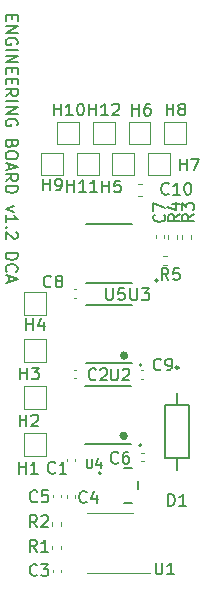
<source format=gto>
%TF.GenerationSoftware,KiCad,Pcbnew,(6.0.7)*%
%TF.CreationDate,2023-02-07T15:13:14-05:00*%
%TF.ProjectId,DCA_USMR_Sens,4443415f-5553-44d5-925f-53656e732e6b,v1.1*%
%TF.SameCoordinates,Original*%
%TF.FileFunction,Legend,Top*%
%TF.FilePolarity,Positive*%
%FSLAX46Y46*%
G04 Gerber Fmt 4.6, Leading zero omitted, Abs format (unit mm)*
G04 Created by KiCad (PCBNEW (6.0.7)) date 2023-02-07 15:13:14*
%MOMM*%
%LPD*%
G01*
G04 APERTURE LIST*
%ADD10C,0.150000*%
%ADD11C,0.120000*%
%ADD12C,0.200000*%
%ADD13C,0.127000*%
%ADD14C,0.300000*%
%ADD15C,0.240000*%
G04 APERTURE END LIST*
D10*
X218921428Y-105768095D02*
X218921428Y-106101428D01*
X218397619Y-106244285D02*
X218397619Y-105768095D01*
X219397619Y-105768095D01*
X219397619Y-106244285D01*
X218397619Y-106672857D02*
X219397619Y-106672857D01*
X218397619Y-107244285D01*
X219397619Y-107244285D01*
X219350000Y-108244285D02*
X219397619Y-108149047D01*
X219397619Y-108006190D01*
X219350000Y-107863333D01*
X219254761Y-107768095D01*
X219159523Y-107720476D01*
X218969047Y-107672857D01*
X218826190Y-107672857D01*
X218635714Y-107720476D01*
X218540476Y-107768095D01*
X218445238Y-107863333D01*
X218397619Y-108006190D01*
X218397619Y-108101428D01*
X218445238Y-108244285D01*
X218492857Y-108291904D01*
X218826190Y-108291904D01*
X218826190Y-108101428D01*
X218397619Y-108720476D02*
X219397619Y-108720476D01*
X218397619Y-109196666D02*
X219397619Y-109196666D01*
X218397619Y-109768095D01*
X219397619Y-109768095D01*
X218921428Y-110244285D02*
X218921428Y-110577619D01*
X218397619Y-110720476D02*
X218397619Y-110244285D01*
X219397619Y-110244285D01*
X219397619Y-110720476D01*
X218921428Y-111149047D02*
X218921428Y-111482380D01*
X218397619Y-111625238D02*
X218397619Y-111149047D01*
X219397619Y-111149047D01*
X219397619Y-111625238D01*
X218397619Y-112625238D02*
X218873809Y-112291904D01*
X218397619Y-112053809D02*
X219397619Y-112053809D01*
X219397619Y-112434761D01*
X219350000Y-112530000D01*
X219302380Y-112577619D01*
X219207142Y-112625238D01*
X219064285Y-112625238D01*
X218969047Y-112577619D01*
X218921428Y-112530000D01*
X218873809Y-112434761D01*
X218873809Y-112053809D01*
X218397619Y-113053809D02*
X219397619Y-113053809D01*
X218397619Y-113530000D02*
X219397619Y-113530000D01*
X218397619Y-114101428D01*
X219397619Y-114101428D01*
X219350000Y-115101428D02*
X219397619Y-115006190D01*
X219397619Y-114863333D01*
X219350000Y-114720476D01*
X219254761Y-114625238D01*
X219159523Y-114577619D01*
X218969047Y-114530000D01*
X218826190Y-114530000D01*
X218635714Y-114577619D01*
X218540476Y-114625238D01*
X218445238Y-114720476D01*
X218397619Y-114863333D01*
X218397619Y-114958571D01*
X218445238Y-115101428D01*
X218492857Y-115149047D01*
X218826190Y-115149047D01*
X218826190Y-114958571D01*
X218921428Y-116672857D02*
X218873809Y-116815714D01*
X218826190Y-116863333D01*
X218730952Y-116910952D01*
X218588095Y-116910952D01*
X218492857Y-116863333D01*
X218445238Y-116815714D01*
X218397619Y-116720476D01*
X218397619Y-116339523D01*
X219397619Y-116339523D01*
X219397619Y-116672857D01*
X219350000Y-116768095D01*
X219302380Y-116815714D01*
X219207142Y-116863333D01*
X219111904Y-116863333D01*
X219016666Y-116815714D01*
X218969047Y-116768095D01*
X218921428Y-116672857D01*
X218921428Y-116339523D01*
X219397619Y-117530000D02*
X219397619Y-117720476D01*
X219350000Y-117815714D01*
X219254761Y-117910952D01*
X219064285Y-117958571D01*
X218730952Y-117958571D01*
X218540476Y-117910952D01*
X218445238Y-117815714D01*
X218397619Y-117720476D01*
X218397619Y-117530000D01*
X218445238Y-117434761D01*
X218540476Y-117339523D01*
X218730952Y-117291904D01*
X219064285Y-117291904D01*
X219254761Y-117339523D01*
X219350000Y-117434761D01*
X219397619Y-117530000D01*
X218683333Y-118339523D02*
X218683333Y-118815714D01*
X218397619Y-118244285D02*
X219397619Y-118577619D01*
X218397619Y-118910952D01*
X218397619Y-119815714D02*
X218873809Y-119482380D01*
X218397619Y-119244285D02*
X219397619Y-119244285D01*
X219397619Y-119625238D01*
X219350000Y-119720476D01*
X219302380Y-119768095D01*
X219207142Y-119815714D01*
X219064285Y-119815714D01*
X218969047Y-119768095D01*
X218921428Y-119720476D01*
X218873809Y-119625238D01*
X218873809Y-119244285D01*
X218397619Y-120244285D02*
X219397619Y-120244285D01*
X219397619Y-120482380D01*
X219350000Y-120625238D01*
X219254761Y-120720476D01*
X219159523Y-120768095D01*
X218969047Y-120815714D01*
X218826190Y-120815714D01*
X218635714Y-120768095D01*
X218540476Y-120720476D01*
X218445238Y-120625238D01*
X218397619Y-120482380D01*
X218397619Y-120244285D01*
X219064285Y-121910952D02*
X218397619Y-122149047D01*
X219064285Y-122387142D01*
X218397619Y-123291904D02*
X218397619Y-122720476D01*
X218397619Y-123006190D02*
X219397619Y-123006190D01*
X219254761Y-122910952D01*
X219159523Y-122815714D01*
X219111904Y-122720476D01*
X218492857Y-123720476D02*
X218445238Y-123768095D01*
X218397619Y-123720476D01*
X218445238Y-123672857D01*
X218492857Y-123720476D01*
X218397619Y-123720476D01*
X219302380Y-124149047D02*
X219350000Y-124196666D01*
X219397619Y-124291904D01*
X219397619Y-124530000D01*
X219350000Y-124625238D01*
X219302380Y-124672857D01*
X219207142Y-124720476D01*
X219111904Y-124720476D01*
X218969047Y-124672857D01*
X218397619Y-124101428D01*
X218397619Y-124720476D01*
X218397619Y-125910952D02*
X219397619Y-125910952D01*
X219397619Y-126149047D01*
X219350000Y-126291904D01*
X219254761Y-126387142D01*
X219159523Y-126434761D01*
X218969047Y-126482380D01*
X218826190Y-126482380D01*
X218635714Y-126434761D01*
X218540476Y-126387142D01*
X218445238Y-126291904D01*
X218397619Y-126149047D01*
X218397619Y-125910952D01*
X218492857Y-127482380D02*
X218445238Y-127434761D01*
X218397619Y-127291904D01*
X218397619Y-127196666D01*
X218445238Y-127053809D01*
X218540476Y-126958571D01*
X218635714Y-126910952D01*
X218826190Y-126863333D01*
X218969047Y-126863333D01*
X219159523Y-126910952D01*
X219254761Y-126958571D01*
X219350000Y-127053809D01*
X219397619Y-127196666D01*
X219397619Y-127291904D01*
X219350000Y-127434761D01*
X219302380Y-127482380D01*
X218683333Y-127863333D02*
X218683333Y-128339523D01*
X218397619Y-127768095D02*
X219397619Y-128101428D01*
X218397619Y-128434761D01*
%TO.C,C2*%
X226023333Y-136581309D02*
X225975714Y-136628928D01*
X225832857Y-136676547D01*
X225737619Y-136676547D01*
X225594761Y-136628928D01*
X225499523Y-136533690D01*
X225451904Y-136438452D01*
X225404285Y-136247976D01*
X225404285Y-136105119D01*
X225451904Y-135914643D01*
X225499523Y-135819405D01*
X225594761Y-135724167D01*
X225737619Y-135676547D01*
X225832857Y-135676547D01*
X225975714Y-135724167D01*
X226023333Y-135771786D01*
X226404285Y-135771786D02*
X226451904Y-135724167D01*
X226547142Y-135676547D01*
X226785238Y-135676547D01*
X226880476Y-135724167D01*
X226928095Y-135771786D01*
X226975714Y-135867024D01*
X226975714Y-135962262D01*
X226928095Y-136105119D01*
X226356666Y-136676547D01*
X226975714Y-136676547D01*
%TO.C,U5*%
X226898095Y-128876547D02*
X226898095Y-129686071D01*
X226945714Y-129781309D01*
X226993333Y-129828928D01*
X227088571Y-129876547D01*
X227279047Y-129876547D01*
X227374285Y-129828928D01*
X227421904Y-129781309D01*
X227469523Y-129686071D01*
X227469523Y-128876547D01*
X228421904Y-128876547D02*
X227945714Y-128876547D01*
X227898095Y-129352738D01*
X227945714Y-129305119D01*
X228040952Y-129257500D01*
X228279047Y-129257500D01*
X228374285Y-129305119D01*
X228421904Y-129352738D01*
X228469523Y-129447976D01*
X228469523Y-129686071D01*
X228421904Y-129781309D01*
X228374285Y-129828928D01*
X228279047Y-129876547D01*
X228040952Y-129876547D01*
X227945714Y-129828928D01*
X227898095Y-129781309D01*
%TO.C,R4*%
X233132380Y-122620833D02*
X232656190Y-122954167D01*
X233132380Y-123192262D02*
X232132380Y-123192262D01*
X232132380Y-122811309D01*
X232180000Y-122716071D01*
X232227619Y-122668452D01*
X232322857Y-122620833D01*
X232465714Y-122620833D01*
X232560952Y-122668452D01*
X232608571Y-122716071D01*
X232656190Y-122811309D01*
X232656190Y-123192262D01*
X232465714Y-121763690D02*
X233132380Y-121763690D01*
X232084761Y-122001786D02*
X232799047Y-122239881D01*
X232799047Y-121620833D01*
%TO.C,H1*%
X219538095Y-144576547D02*
X219538095Y-143576547D01*
X219538095Y-144052738D02*
X220109523Y-144052738D01*
X220109523Y-144576547D02*
X220109523Y-143576547D01*
X221109523Y-144576547D02*
X220538095Y-144576547D01*
X220823809Y-144576547D02*
X220823809Y-143576547D01*
X220728571Y-143719405D01*
X220633333Y-143814643D01*
X220538095Y-143862262D01*
%TO.C,C3*%
X221038333Y-153156309D02*
X220990714Y-153203928D01*
X220847857Y-153251547D01*
X220752619Y-153251547D01*
X220609761Y-153203928D01*
X220514523Y-153108690D01*
X220466904Y-153013452D01*
X220419285Y-152822976D01*
X220419285Y-152680119D01*
X220466904Y-152489643D01*
X220514523Y-152394405D01*
X220609761Y-152299167D01*
X220752619Y-152251547D01*
X220847857Y-152251547D01*
X220990714Y-152299167D01*
X221038333Y-152346786D01*
X221371666Y-152251547D02*
X221990714Y-152251547D01*
X221657380Y-152632500D01*
X221800238Y-152632500D01*
X221895476Y-152680119D01*
X221943095Y-152727738D01*
X221990714Y-152822976D01*
X221990714Y-153061071D01*
X221943095Y-153156309D01*
X221895476Y-153203928D01*
X221800238Y-153251547D01*
X221514523Y-153251547D01*
X221419285Y-153203928D01*
X221371666Y-153156309D01*
%TO.C,H2*%
X219568095Y-140586547D02*
X219568095Y-139586547D01*
X219568095Y-140062738D02*
X220139523Y-140062738D01*
X220139523Y-140586547D02*
X220139523Y-139586547D01*
X220568095Y-139681786D02*
X220615714Y-139634167D01*
X220710952Y-139586547D01*
X220949047Y-139586547D01*
X221044285Y-139634167D01*
X221091904Y-139681786D01*
X221139523Y-139777024D01*
X221139523Y-139872262D01*
X221091904Y-140015119D01*
X220520476Y-140586547D01*
X221139523Y-140586547D01*
%TO.C,H7*%
X233148095Y-118913769D02*
X233148095Y-117913769D01*
X233148095Y-118389960D02*
X233719523Y-118389960D01*
X233719523Y-118913769D02*
X233719523Y-117913769D01*
X234100476Y-117913769D02*
X234767142Y-117913769D01*
X234338571Y-118913769D01*
%TO.C,R2*%
X221038333Y-149111547D02*
X220705000Y-148635357D01*
X220466904Y-149111547D02*
X220466904Y-148111547D01*
X220847857Y-148111547D01*
X220943095Y-148159167D01*
X220990714Y-148206786D01*
X221038333Y-148302024D01*
X221038333Y-148444881D01*
X220990714Y-148540119D01*
X220943095Y-148587738D01*
X220847857Y-148635357D01*
X220466904Y-148635357D01*
X221419285Y-148206786D02*
X221466904Y-148159167D01*
X221562142Y-148111547D01*
X221800238Y-148111547D01*
X221895476Y-148159167D01*
X221943095Y-148206786D01*
X221990714Y-148302024D01*
X221990714Y-148397262D01*
X221943095Y-148540119D01*
X221371666Y-149111547D01*
X221990714Y-149111547D01*
%TO.C,C8*%
X222228333Y-128726309D02*
X222180714Y-128773928D01*
X222037857Y-128821547D01*
X221942619Y-128821547D01*
X221799761Y-128773928D01*
X221704523Y-128678690D01*
X221656904Y-128583452D01*
X221609285Y-128392976D01*
X221609285Y-128250119D01*
X221656904Y-128059643D01*
X221704523Y-127964405D01*
X221799761Y-127869167D01*
X221942619Y-127821547D01*
X222037857Y-127821547D01*
X222180714Y-127869167D01*
X222228333Y-127916786D01*
X222799761Y-128250119D02*
X222704523Y-128202500D01*
X222656904Y-128154881D01*
X222609285Y-128059643D01*
X222609285Y-128012024D01*
X222656904Y-127916786D01*
X222704523Y-127869167D01*
X222799761Y-127821547D01*
X222990238Y-127821547D01*
X223085476Y-127869167D01*
X223133095Y-127916786D01*
X223180714Y-128012024D01*
X223180714Y-128059643D01*
X223133095Y-128154881D01*
X223085476Y-128202500D01*
X222990238Y-128250119D01*
X222799761Y-128250119D01*
X222704523Y-128297738D01*
X222656904Y-128345357D01*
X222609285Y-128440595D01*
X222609285Y-128631071D01*
X222656904Y-128726309D01*
X222704523Y-128773928D01*
X222799761Y-128821547D01*
X222990238Y-128821547D01*
X223085476Y-128773928D01*
X223133095Y-128726309D01*
X223180714Y-128631071D01*
X223180714Y-128440595D01*
X223133095Y-128345357D01*
X223085476Y-128297738D01*
X222990238Y-128250119D01*
%TO.C,C10*%
X232187142Y-120868531D02*
X232139523Y-120916150D01*
X231996666Y-120963769D01*
X231901428Y-120963769D01*
X231758571Y-120916150D01*
X231663333Y-120820912D01*
X231615714Y-120725674D01*
X231568095Y-120535198D01*
X231568095Y-120392341D01*
X231615714Y-120201865D01*
X231663333Y-120106627D01*
X231758571Y-120011389D01*
X231901428Y-119963769D01*
X231996666Y-119963769D01*
X232139523Y-120011389D01*
X232187142Y-120059008D01*
X233139523Y-120963769D02*
X232568095Y-120963769D01*
X232853809Y-120963769D02*
X232853809Y-119963769D01*
X232758571Y-120106627D01*
X232663333Y-120201865D01*
X232568095Y-120249484D01*
X233758571Y-119963769D02*
X233853809Y-119963769D01*
X233949047Y-120011389D01*
X233996666Y-120059008D01*
X234044285Y-120154246D01*
X234091904Y-120344722D01*
X234091904Y-120582817D01*
X234044285Y-120773293D01*
X233996666Y-120868531D01*
X233949047Y-120916150D01*
X233853809Y-120963769D01*
X233758571Y-120963769D01*
X233663333Y-120916150D01*
X233615714Y-120868531D01*
X233568095Y-120773293D01*
X233520476Y-120582817D01*
X233520476Y-120344722D01*
X233568095Y-120154246D01*
X233615714Y-120059008D01*
X233663333Y-120011389D01*
X233758571Y-119963769D01*
%TO.C,C9*%
X231533333Y-135741309D02*
X231485714Y-135788928D01*
X231342857Y-135836547D01*
X231247619Y-135836547D01*
X231104761Y-135788928D01*
X231009523Y-135693690D01*
X230961904Y-135598452D01*
X230914285Y-135407976D01*
X230914285Y-135265119D01*
X230961904Y-135074643D01*
X231009523Y-134979405D01*
X231104761Y-134884167D01*
X231247619Y-134836547D01*
X231342857Y-134836547D01*
X231485714Y-134884167D01*
X231533333Y-134931786D01*
X232009523Y-135836547D02*
X232200000Y-135836547D01*
X232295238Y-135788928D01*
X232342857Y-135741309D01*
X232438095Y-135598452D01*
X232485714Y-135407976D01*
X232485714Y-135027024D01*
X232438095Y-134931786D01*
X232390476Y-134884167D01*
X232295238Y-134836547D01*
X232104761Y-134836547D01*
X232009523Y-134884167D01*
X231961904Y-134931786D01*
X231914285Y-135027024D01*
X231914285Y-135265119D01*
X231961904Y-135360357D01*
X232009523Y-135407976D01*
X232104761Y-135455595D01*
X232295238Y-135455595D01*
X232390476Y-135407976D01*
X232438095Y-135360357D01*
X232485714Y-135265119D01*
%TO.C,H9*%
X221580873Y-120603769D02*
X221580873Y-119603769D01*
X221580873Y-120079960D02*
X222152301Y-120079960D01*
X222152301Y-120603769D02*
X222152301Y-119603769D01*
X222676111Y-120603769D02*
X222866587Y-120603769D01*
X222961825Y-120556150D01*
X223009444Y-120508531D01*
X223104682Y-120365674D01*
X223152301Y-120175198D01*
X223152301Y-119794246D01*
X223104682Y-119699008D01*
X223057063Y-119651389D01*
X222961825Y-119603769D01*
X222771349Y-119603769D01*
X222676111Y-119651389D01*
X222628492Y-119699008D01*
X222580873Y-119794246D01*
X222580873Y-120032341D01*
X222628492Y-120127579D01*
X222676111Y-120175198D01*
X222771349Y-120222817D01*
X222961825Y-120222817D01*
X223057063Y-120175198D01*
X223104682Y-120127579D01*
X223152301Y-120032341D01*
%TO.C,C5*%
X221053333Y-146906309D02*
X221005714Y-146953928D01*
X220862857Y-147001547D01*
X220767619Y-147001547D01*
X220624761Y-146953928D01*
X220529523Y-146858690D01*
X220481904Y-146763452D01*
X220434285Y-146572976D01*
X220434285Y-146430119D01*
X220481904Y-146239643D01*
X220529523Y-146144405D01*
X220624761Y-146049167D01*
X220767619Y-146001547D01*
X220862857Y-146001547D01*
X221005714Y-146049167D01*
X221053333Y-146096786D01*
X221958095Y-146001547D02*
X221481904Y-146001547D01*
X221434285Y-146477738D01*
X221481904Y-146430119D01*
X221577142Y-146382500D01*
X221815238Y-146382500D01*
X221910476Y-146430119D01*
X221958095Y-146477738D01*
X222005714Y-146572976D01*
X222005714Y-146811071D01*
X221958095Y-146906309D01*
X221910476Y-146953928D01*
X221815238Y-147001547D01*
X221577142Y-147001547D01*
X221481904Y-146953928D01*
X221434285Y-146906309D01*
%TO.C,C4*%
X225233333Y-146976309D02*
X225185714Y-147023928D01*
X225042857Y-147071547D01*
X224947619Y-147071547D01*
X224804761Y-147023928D01*
X224709523Y-146928690D01*
X224661904Y-146833452D01*
X224614285Y-146642976D01*
X224614285Y-146500119D01*
X224661904Y-146309643D01*
X224709523Y-146214405D01*
X224804761Y-146119167D01*
X224947619Y-146071547D01*
X225042857Y-146071547D01*
X225185714Y-146119167D01*
X225233333Y-146166786D01*
X226090476Y-146404881D02*
X226090476Y-147071547D01*
X225852380Y-146023928D02*
X225614285Y-146738214D01*
X226233333Y-146738214D01*
%TO.C,R3*%
X234312380Y-122610833D02*
X233836190Y-122944167D01*
X234312380Y-123182262D02*
X233312380Y-123182262D01*
X233312380Y-122801309D01*
X233360000Y-122706071D01*
X233407619Y-122658452D01*
X233502857Y-122610833D01*
X233645714Y-122610833D01*
X233740952Y-122658452D01*
X233788571Y-122706071D01*
X233836190Y-122801309D01*
X233836190Y-123182262D01*
X233312380Y-122277500D02*
X233312380Y-121658452D01*
X233693333Y-121991786D01*
X233693333Y-121848928D01*
X233740952Y-121753690D01*
X233788571Y-121706071D01*
X233883809Y-121658452D01*
X234121904Y-121658452D01*
X234217142Y-121706071D01*
X234264761Y-121753690D01*
X234312380Y-121848928D01*
X234312380Y-122134643D01*
X234264761Y-122229881D01*
X234217142Y-122277500D01*
%TO.C,H10*%
X222488015Y-114243769D02*
X222488015Y-113243769D01*
X222488015Y-113719960D02*
X223059444Y-113719960D01*
X223059444Y-114243769D02*
X223059444Y-113243769D01*
X224059444Y-114243769D02*
X223488015Y-114243769D01*
X223773730Y-114243769D02*
X223773730Y-113243769D01*
X223678491Y-113386627D01*
X223583253Y-113481865D01*
X223488015Y-113529484D01*
X224678491Y-113243769D02*
X224773730Y-113243769D01*
X224868968Y-113291389D01*
X224916587Y-113339008D01*
X224964206Y-113434246D01*
X225011825Y-113624722D01*
X225011825Y-113862817D01*
X224964206Y-114053293D01*
X224916587Y-114148531D01*
X224868968Y-114196150D01*
X224773730Y-114243769D01*
X224678491Y-114243769D01*
X224583253Y-114196150D01*
X224535634Y-114148531D01*
X224488015Y-114053293D01*
X224440396Y-113862817D01*
X224440396Y-113624722D01*
X224488015Y-113434246D01*
X224535634Y-113339008D01*
X224583253Y-113291389D01*
X224678491Y-113243769D01*
%TO.C,R5*%
X232173333Y-128176547D02*
X231840000Y-127700357D01*
X231601904Y-128176547D02*
X231601904Y-127176547D01*
X231982857Y-127176547D01*
X232078095Y-127224167D01*
X232125714Y-127271786D01*
X232173333Y-127367024D01*
X232173333Y-127509881D01*
X232125714Y-127605119D01*
X232078095Y-127652738D01*
X231982857Y-127700357D01*
X231601904Y-127700357D01*
X233078095Y-127176547D02*
X232601904Y-127176547D01*
X232554285Y-127652738D01*
X232601904Y-127605119D01*
X232697142Y-127557500D01*
X232935238Y-127557500D01*
X233030476Y-127605119D01*
X233078095Y-127652738D01*
X233125714Y-127747976D01*
X233125714Y-127986071D01*
X233078095Y-128081309D01*
X233030476Y-128128928D01*
X232935238Y-128176547D01*
X232697142Y-128176547D01*
X232601904Y-128128928D01*
X232554285Y-128081309D01*
%TO.C,H8*%
X232015873Y-114253769D02*
X232015873Y-113253769D01*
X232015873Y-113729960D02*
X232587301Y-113729960D01*
X232587301Y-114253769D02*
X232587301Y-113253769D01*
X233206349Y-113682341D02*
X233111111Y-113634722D01*
X233063492Y-113587103D01*
X233015873Y-113491865D01*
X233015873Y-113444246D01*
X233063492Y-113349008D01*
X233111111Y-113301389D01*
X233206349Y-113253769D01*
X233396825Y-113253769D01*
X233492063Y-113301389D01*
X233539682Y-113349008D01*
X233587301Y-113444246D01*
X233587301Y-113491865D01*
X233539682Y-113587103D01*
X233492063Y-113634722D01*
X233396825Y-113682341D01*
X233206349Y-113682341D01*
X233111111Y-113729960D01*
X233063492Y-113777579D01*
X233015873Y-113872817D01*
X233015873Y-114063293D01*
X233063492Y-114158531D01*
X233111111Y-114206150D01*
X233206349Y-114253769D01*
X233396825Y-114253769D01*
X233492063Y-114206150D01*
X233539682Y-114158531D01*
X233587301Y-114063293D01*
X233587301Y-113872817D01*
X233539682Y-113777579D01*
X233492063Y-113729960D01*
X233396825Y-113682341D01*
%TO.C,U3*%
X228956823Y-128885633D02*
X228956823Y-129696508D01*
X229004522Y-129791905D01*
X229052220Y-129839604D01*
X229147617Y-129887302D01*
X229338411Y-129887302D01*
X229433808Y-129839604D01*
X229481507Y-129791905D01*
X229529205Y-129696508D01*
X229529205Y-128885633D01*
X229910794Y-128885633D02*
X230530874Y-128885633D01*
X230196985Y-129267222D01*
X230340080Y-129267222D01*
X230435477Y-129314920D01*
X230483176Y-129362619D01*
X230530874Y-129458016D01*
X230530874Y-129696508D01*
X230483176Y-129791905D01*
X230435477Y-129839604D01*
X230340080Y-129887302D01*
X230053889Y-129887302D01*
X229958492Y-129839604D01*
X229910794Y-129791905D01*
%TO.C,H3*%
X219628095Y-136596547D02*
X219628095Y-135596547D01*
X219628095Y-136072738D02*
X220199523Y-136072738D01*
X220199523Y-136596547D02*
X220199523Y-135596547D01*
X220580476Y-135596547D02*
X221199523Y-135596547D01*
X220866190Y-135977500D01*
X221009047Y-135977500D01*
X221104285Y-136025119D01*
X221151904Y-136072738D01*
X221199523Y-136167976D01*
X221199523Y-136406071D01*
X221151904Y-136501309D01*
X221104285Y-136548928D01*
X221009047Y-136596547D01*
X220723333Y-136596547D01*
X220628095Y-136548928D01*
X220580476Y-136501309D01*
%TO.C,R1*%
X221038333Y-151181547D02*
X220705000Y-150705357D01*
X220466904Y-151181547D02*
X220466904Y-150181547D01*
X220847857Y-150181547D01*
X220943095Y-150229167D01*
X220990714Y-150276786D01*
X221038333Y-150372024D01*
X221038333Y-150514881D01*
X220990714Y-150610119D01*
X220943095Y-150657738D01*
X220847857Y-150705357D01*
X220466904Y-150705357D01*
X221990714Y-151181547D02*
X221419285Y-151181547D01*
X221705000Y-151181547D02*
X221705000Y-150181547D01*
X221609761Y-150324405D01*
X221514523Y-150419643D01*
X221419285Y-150467262D01*
%TO.C,H11*%
X223611904Y-120703769D02*
X223611904Y-119703769D01*
X223611904Y-120179960D02*
X224183333Y-120179960D01*
X224183333Y-120703769D02*
X224183333Y-119703769D01*
X225183333Y-120703769D02*
X224611904Y-120703769D01*
X224897619Y-120703769D02*
X224897619Y-119703769D01*
X224802380Y-119846627D01*
X224707142Y-119941865D01*
X224611904Y-119989484D01*
X226135714Y-120703769D02*
X225564285Y-120703769D01*
X225850000Y-120703769D02*
X225850000Y-119703769D01*
X225754761Y-119846627D01*
X225659523Y-119941865D01*
X225564285Y-119989484D01*
%TO.C,U4*%
X225250476Y-143326071D02*
X225250476Y-143973690D01*
X225288571Y-144049881D01*
X225326666Y-144087976D01*
X225402857Y-144126071D01*
X225555238Y-144126071D01*
X225631428Y-144087976D01*
X225669523Y-144049881D01*
X225707619Y-143973690D01*
X225707619Y-143326071D01*
X226431428Y-143592738D02*
X226431428Y-144126071D01*
X226240952Y-143287976D02*
X226050476Y-143859405D01*
X226545714Y-143859405D01*
%TO.C,H6*%
X229096984Y-114263769D02*
X229096984Y-113263769D01*
X229096984Y-113739960D02*
X229668412Y-113739960D01*
X229668412Y-114263769D02*
X229668412Y-113263769D01*
X230573174Y-113263769D02*
X230382698Y-113263769D01*
X230287460Y-113311389D01*
X230239841Y-113359008D01*
X230144603Y-113501865D01*
X230096984Y-113692341D01*
X230096984Y-114073293D01*
X230144603Y-114168531D01*
X230192222Y-114216150D01*
X230287460Y-114263769D01*
X230477936Y-114263769D01*
X230573174Y-114216150D01*
X230620793Y-114168531D01*
X230668412Y-114073293D01*
X230668412Y-113835198D01*
X230620793Y-113739960D01*
X230573174Y-113692341D01*
X230477936Y-113644722D01*
X230287460Y-113644722D01*
X230192222Y-113692341D01*
X230144603Y-113739960D01*
X230096984Y-113835198D01*
%TO.C,C7*%
X231807142Y-122650833D02*
X231854761Y-122698452D01*
X231902380Y-122841309D01*
X231902380Y-122936547D01*
X231854761Y-123079405D01*
X231759523Y-123174643D01*
X231664285Y-123222262D01*
X231473809Y-123269881D01*
X231330952Y-123269881D01*
X231140476Y-123222262D01*
X231045238Y-123174643D01*
X230950000Y-123079405D01*
X230902380Y-122936547D01*
X230902380Y-122841309D01*
X230950000Y-122698452D01*
X230997619Y-122650833D01*
X230902380Y-122317500D02*
X230902380Y-121650833D01*
X231902380Y-122079405D01*
%TO.C,U2*%
X227296823Y-135685633D02*
X227296823Y-136496508D01*
X227344522Y-136591905D01*
X227392220Y-136639604D01*
X227487617Y-136687302D01*
X227678411Y-136687302D01*
X227773808Y-136639604D01*
X227821507Y-136591905D01*
X227869205Y-136496508D01*
X227869205Y-135685633D01*
X228298492Y-135781031D02*
X228346191Y-135733332D01*
X228441588Y-135685633D01*
X228680080Y-135685633D01*
X228775477Y-135733332D01*
X228823176Y-135781031D01*
X228870874Y-135876428D01*
X228870874Y-135971825D01*
X228823176Y-136114920D01*
X228250794Y-136687302D01*
X228870874Y-136687302D01*
%TO.C,C1*%
X222583333Y-144481309D02*
X222535714Y-144528928D01*
X222392857Y-144576547D01*
X222297619Y-144576547D01*
X222154761Y-144528928D01*
X222059523Y-144433690D01*
X222011904Y-144338452D01*
X221964285Y-144147976D01*
X221964285Y-144005119D01*
X222011904Y-143814643D01*
X222059523Y-143719405D01*
X222154761Y-143624167D01*
X222297619Y-143576547D01*
X222392857Y-143576547D01*
X222535714Y-143624167D01*
X222583333Y-143671786D01*
X223535714Y-144576547D02*
X222964285Y-144576547D01*
X223250000Y-144576547D02*
X223250000Y-143576547D01*
X223154761Y-143719405D01*
X223059523Y-143814643D01*
X222964285Y-143862262D01*
%TO.C,U1*%
X231088095Y-152116547D02*
X231088095Y-152926071D01*
X231135714Y-153021309D01*
X231183333Y-153068928D01*
X231278571Y-153116547D01*
X231469047Y-153116547D01*
X231564285Y-153068928D01*
X231611904Y-153021309D01*
X231659523Y-152926071D01*
X231659523Y-152116547D01*
X232659523Y-153116547D02*
X232088095Y-153116547D01*
X232373809Y-153116547D02*
X232373809Y-152116547D01*
X232278571Y-152259405D01*
X232183333Y-152354643D01*
X232088095Y-152402262D01*
%TO.C,D1*%
X232141904Y-147306547D02*
X232141904Y-146306547D01*
X232380000Y-146306547D01*
X232522857Y-146354167D01*
X232618095Y-146449405D01*
X232665714Y-146544643D01*
X232713333Y-146735119D01*
X232713333Y-146877976D01*
X232665714Y-147068452D01*
X232618095Y-147163690D01*
X232522857Y-147258928D01*
X232380000Y-147306547D01*
X232141904Y-147306547D01*
X233665714Y-147306547D02*
X233094285Y-147306547D01*
X233380000Y-147306547D02*
X233380000Y-146306547D01*
X233284761Y-146449405D01*
X233189523Y-146544643D01*
X233094285Y-146592262D01*
%TO.C,H5*%
X226578095Y-120773769D02*
X226578095Y-119773769D01*
X226578095Y-120249960D02*
X227149523Y-120249960D01*
X227149523Y-120773769D02*
X227149523Y-119773769D01*
X228101904Y-119773769D02*
X227625714Y-119773769D01*
X227578095Y-120249960D01*
X227625714Y-120202341D01*
X227720952Y-120154722D01*
X227959047Y-120154722D01*
X228054285Y-120202341D01*
X228101904Y-120249960D01*
X228149523Y-120345198D01*
X228149523Y-120583293D01*
X228101904Y-120678531D01*
X228054285Y-120726150D01*
X227959047Y-120773769D01*
X227720952Y-120773769D01*
X227625714Y-120726150D01*
X227578095Y-120678531D01*
%TO.C,C6*%
X227913333Y-143631309D02*
X227865714Y-143678928D01*
X227722857Y-143726547D01*
X227627619Y-143726547D01*
X227484761Y-143678928D01*
X227389523Y-143583690D01*
X227341904Y-143488452D01*
X227294285Y-143297976D01*
X227294285Y-143155119D01*
X227341904Y-142964643D01*
X227389523Y-142869405D01*
X227484761Y-142774167D01*
X227627619Y-142726547D01*
X227722857Y-142726547D01*
X227865714Y-142774167D01*
X227913333Y-142821786D01*
X228770476Y-142726547D02*
X228580000Y-142726547D01*
X228484761Y-142774167D01*
X228437142Y-142821786D01*
X228341904Y-142964643D01*
X228294285Y-143155119D01*
X228294285Y-143536071D01*
X228341904Y-143631309D01*
X228389523Y-143678928D01*
X228484761Y-143726547D01*
X228675238Y-143726547D01*
X228770476Y-143678928D01*
X228818095Y-143631309D01*
X228865714Y-143536071D01*
X228865714Y-143297976D01*
X228818095Y-143202738D01*
X228770476Y-143155119D01*
X228675238Y-143107500D01*
X228484761Y-143107500D01*
X228389523Y-143155119D01*
X228341904Y-143202738D01*
X228294285Y-143297976D01*
%TO.C,H4*%
X220118095Y-132426547D02*
X220118095Y-131426547D01*
X220118095Y-131902738D02*
X220689523Y-131902738D01*
X220689523Y-132426547D02*
X220689523Y-131426547D01*
X221594285Y-131759881D02*
X221594285Y-132426547D01*
X221356190Y-131378928D02*
X221118095Y-132093214D01*
X221737142Y-132093214D01*
%TO.C,H12*%
X225471904Y-114253769D02*
X225471904Y-113253769D01*
X225471904Y-113729960D02*
X226043333Y-113729960D01*
X226043333Y-114253769D02*
X226043333Y-113253769D01*
X227043333Y-114253769D02*
X226471904Y-114253769D01*
X226757619Y-114253769D02*
X226757619Y-113253769D01*
X226662380Y-113396627D01*
X226567142Y-113491865D01*
X226471904Y-113539484D01*
X227424285Y-113349008D02*
X227471904Y-113301389D01*
X227567142Y-113253769D01*
X227805238Y-113253769D01*
X227900476Y-113301389D01*
X227948095Y-113349008D01*
X227995714Y-113444246D01*
X227995714Y-113539484D01*
X227948095Y-113682341D01*
X227376666Y-114253769D01*
X227995714Y-114253769D01*
D11*
%TO.C,C2*%
X224372836Y-136519167D02*
X224157164Y-136519167D01*
X224372836Y-135799167D02*
X224157164Y-135799167D01*
D12*
%TO.C,U5*%
X231260000Y-128234167D02*
G75*
G03*
X231260000Y-128234167I-100000J0D01*
G01*
D13*
X229070000Y-123404167D02*
X225170000Y-123404167D01*
X229070000Y-128454167D02*
X225170000Y-128454167D01*
D11*
%TO.C,R4*%
X232935000Y-124682808D02*
X232935000Y-124375526D01*
X232175000Y-124682808D02*
X232175000Y-124375526D01*
%TO.C,H1*%
X219930000Y-143064167D02*
X221780000Y-143064167D01*
X219930000Y-141164167D02*
X219930000Y-143064167D01*
X221780000Y-141164167D02*
X219930000Y-141164167D01*
X221780000Y-143064167D02*
X221780000Y-141214167D01*
X221780000Y-141214167D02*
X221780000Y-141164167D01*
%TO.C,C3*%
X222365000Y-152927003D02*
X222365000Y-152711331D01*
X223085000Y-152927003D02*
X223085000Y-152711331D01*
%TO.C,H2*%
X219930000Y-139084167D02*
X221780000Y-139084167D01*
X221780000Y-137184167D02*
X219930000Y-137184167D01*
X221780000Y-139084167D02*
X221780000Y-137234167D01*
X221780000Y-137234167D02*
X221780000Y-137184167D01*
X219930000Y-137184167D02*
X219930000Y-139084167D01*
%TO.C,H7*%
X232281112Y-117401389D02*
X230431112Y-117401389D01*
X232281112Y-119301389D02*
X232281112Y-117451389D01*
X230431112Y-117401389D02*
X230431112Y-119301389D01*
X230431112Y-119301389D02*
X232281112Y-119301389D01*
X232281112Y-117451389D02*
X232281112Y-117401389D01*
%TO.C,R2*%
X222335000Y-149012808D02*
X222335000Y-148705526D01*
X223095000Y-149012808D02*
X223095000Y-148705526D01*
%TO.C,C8*%
X224157164Y-129689167D02*
X224372836Y-129689167D01*
X224157164Y-128969167D02*
X224372836Y-128969167D01*
%TO.C,C10*%
X229619420Y-121041389D02*
X229900580Y-121041389D01*
X229619420Y-120021389D02*
X229900580Y-120021389D01*
%TO.C,C9*%
X229822164Y-136549167D02*
X230037836Y-136549167D01*
X229822164Y-135829167D02*
X230037836Y-135829167D01*
%TO.C,H9*%
X223242778Y-117401389D02*
X221392778Y-117401389D01*
X221392778Y-119301389D02*
X223242778Y-119301389D01*
X223242778Y-117451389D02*
X223242778Y-117401389D01*
X223242778Y-119301389D02*
X223242778Y-117451389D01*
X221392778Y-117401389D02*
X221392778Y-119301389D01*
%TO.C,C5*%
X223080000Y-146597003D02*
X223080000Y-146381331D01*
X222360000Y-146597003D02*
X222360000Y-146381331D01*
%TO.C,C4*%
X224290000Y-146607003D02*
X224290000Y-146391331D01*
X223570000Y-146607003D02*
X223570000Y-146391331D01*
%TO.C,R3*%
X233305000Y-124385526D02*
X233305000Y-124692808D01*
X234065000Y-124385526D02*
X234065000Y-124692808D01*
%TO.C,H10*%
X224596111Y-114791389D02*
X222746111Y-114791389D01*
X222746111Y-116691389D02*
X224596111Y-116691389D01*
X222746111Y-114791389D02*
X222746111Y-116691389D01*
X224596111Y-116691389D02*
X224596111Y-114841389D01*
X224596111Y-114841389D02*
X224596111Y-114791389D01*
%TO.C,R5*%
X232033641Y-126939167D02*
X231726359Y-126939167D01*
X232033641Y-126179167D02*
X231726359Y-126179167D01*
%TO.C,H8*%
X233667778Y-114841389D02*
X233667778Y-114791389D01*
X231817778Y-114791389D02*
X231817778Y-116691389D01*
X231817778Y-116691389D02*
X233667778Y-116691389D01*
X233667778Y-114791389D02*
X231817778Y-114791389D01*
X233667778Y-116691389D02*
X233667778Y-114841389D01*
D14*
%TO.C,U3*%
X228605000Y-134587917D02*
G75*
G03*
X228605000Y-134587917I-200000J0D01*
G01*
D12*
X229905000Y-135387917D02*
G75*
G03*
X229905000Y-135387917I-100000J0D01*
G01*
D13*
X225155000Y-130337917D02*
X229055000Y-130337917D01*
X229055000Y-135237917D02*
X225155000Y-135237917D01*
D11*
%TO.C,H3*%
X221780000Y-133204167D02*
X219930000Y-133204167D01*
X219930000Y-135104167D02*
X221780000Y-135104167D01*
X221780000Y-135104167D02*
X221780000Y-133254167D01*
X221780000Y-133254167D02*
X221780000Y-133204167D01*
X219930000Y-133204167D02*
X219930000Y-135104167D01*
%TO.C,R1*%
X223095000Y-150982808D02*
X223095000Y-150675526D01*
X222335000Y-150982808D02*
X222335000Y-150675526D01*
%TO.C,H11*%
X226255556Y-117451389D02*
X226255556Y-117401389D01*
X226255556Y-117401389D02*
X224405556Y-117401389D01*
X224405556Y-119301389D02*
X226255556Y-119301389D01*
X224405556Y-117401389D02*
X224405556Y-119301389D01*
X226255556Y-119301389D02*
X226255556Y-117451389D01*
D12*
%TO.C,U4*%
X226460000Y-144529167D02*
G75*
G03*
X226460000Y-144529167I-100000J0D01*
G01*
D13*
X229100000Y-147029167D02*
X228440000Y-147029167D01*
X229570000Y-145244167D02*
X229570000Y-145914167D01*
X228440000Y-144129167D02*
X229100000Y-144129167D01*
D11*
%TO.C,H6*%
X228793889Y-116641389D02*
X228793889Y-116691389D01*
X230643889Y-114791389D02*
X228793889Y-114791389D01*
X228793889Y-116691389D02*
X230643889Y-116691389D01*
X230643889Y-116691389D02*
X230643889Y-114791389D01*
X228793889Y-114791389D02*
X228793889Y-116641389D01*
%TO.C,C7*%
X231795000Y-124627003D02*
X231795000Y-124411331D01*
X231075000Y-124627003D02*
X231075000Y-124411331D01*
D14*
%TO.C,U2*%
X228582500Y-141384167D02*
G75*
G03*
X228582500Y-141384167I-200000J0D01*
G01*
D12*
X229882500Y-142184167D02*
G75*
G03*
X229882500Y-142184167I-100000J0D01*
G01*
D13*
X229032500Y-142034167D02*
X225132500Y-142034167D01*
X225132500Y-137134167D02*
X229032500Y-137134167D01*
D11*
%TO.C,C1*%
X224280000Y-143527003D02*
X224280000Y-143311331D01*
X223560000Y-143527003D02*
X223560000Y-143311331D01*
%TO.C,U1*%
X227185000Y-153009167D02*
X225235000Y-153009167D01*
X227185000Y-147889167D02*
X225235000Y-147889167D01*
X227185000Y-153009167D02*
X230635000Y-153009167D01*
X227185000Y-147889167D02*
X229135000Y-147889167D01*
D15*
%TO.C,D1*%
X233030000Y-135615667D02*
G75*
G03*
X233030000Y-135615667I-120000J0D01*
G01*
D13*
X232910000Y-143235667D02*
X232910000Y-144315667D01*
X231890000Y-138795667D02*
X232910000Y-138795667D01*
X231890000Y-143235667D02*
X231890000Y-138795667D01*
X233930000Y-138795667D02*
X233930000Y-143235667D01*
X232910000Y-138795667D02*
X233930000Y-138795667D01*
X232910000Y-143235667D02*
X231890000Y-143235667D01*
X232910000Y-138795667D02*
X232910000Y-137715667D01*
X233930000Y-143235667D02*
X232910000Y-143235667D01*
D11*
%TO.C,H5*%
X227418334Y-119301389D02*
X229268334Y-119301389D01*
X227418334Y-117401389D02*
X227418334Y-119251389D01*
X229268334Y-119301389D02*
X229268334Y-117401389D01*
X227418334Y-119251389D02*
X227418334Y-119301389D01*
X229268334Y-117401389D02*
X227418334Y-117401389D01*
%TO.C,C6*%
X230087836Y-142799167D02*
X229872164Y-142799167D01*
X230087836Y-143519167D02*
X229872164Y-143519167D01*
%TO.C,H4*%
X221780000Y-129224167D02*
X219930000Y-129224167D01*
X221780000Y-131124167D02*
X221780000Y-129274167D01*
X219930000Y-129224167D02*
X219930000Y-131124167D01*
X221780000Y-129274167D02*
X221780000Y-129224167D01*
X219930000Y-131124167D02*
X221780000Y-131124167D01*
%TO.C,H12*%
X227620000Y-114791389D02*
X225770000Y-114791389D01*
X227620000Y-114841389D02*
X227620000Y-114791389D01*
X225770000Y-114791389D02*
X225770000Y-116691389D01*
X227620000Y-116691389D02*
X227620000Y-114841389D01*
X225770000Y-116691389D02*
X227620000Y-116691389D01*
%TD*%
M02*

</source>
